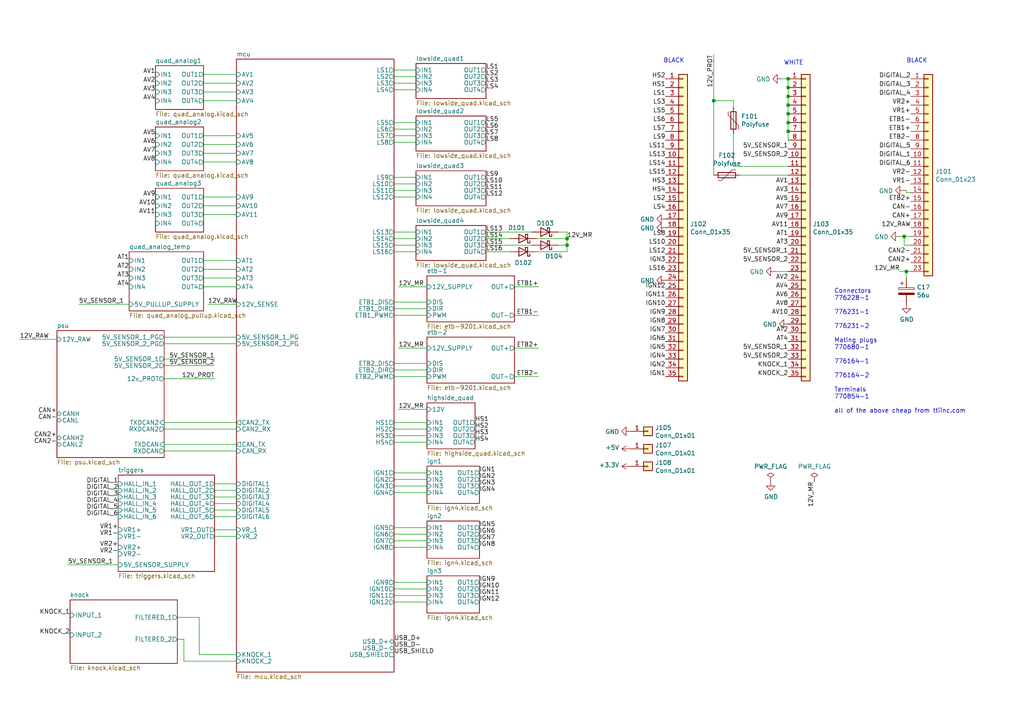
<source format=kicad_sch>
(kicad_sch (version 20211123) (generator eeschema)
  (paper "A4")
  (title_block (title "rusEfi Proteus") (date "2022-04-09") (rev "v0.7") (company "rusEFI") (comment 1 "github.com/mck1117/proteus") (comment 2 "rusefi.com/s/proteus"))
  (lib_symbols
    (symbol "Connector_Generic:Conn_01x01" (pin_names (offset 1.016) hide)
      (property "Reference" "J" (at 0 2.54 0))
      (property "Value" "Conn_01x01" (at 0 -2.54 0))
      (symbol "Conn_01x01_1_1"
        (rectangle (start -1.27 0.127) (end 0 -0.127) (stroke (width 0.1524)))
        (rectangle (start -1.27 1.27) (end 1.27 -1.27) (stroke (width 0.254)) (fill (type background)))
        (pin passive line (at -5.08 0 0) (length 3.81) (name "Pin_1") (number "1"))
      )
    )
    (symbol "Connector_Generic:Conn_01x23" (pin_names (offset 1.016) hide)
      (property "Reference" "J" (at 0 30.48 0))
      (property "Value" "Conn_01x23" (at 0 -30.48 0))
      (symbol "Conn_01x23_1_1"
        (rectangle (start -1.27 -27.813) (end 0 -28.067) (stroke (width 0.1524)))
        (rectangle (start -1.27 -25.273) (end 0 -25.527) (stroke (width 0.1524)))
        (rectangle (start -1.27 -22.733) (end 0 -22.987) (stroke (width 0.1524)))
        (rectangle (start -1.27 -20.193) (end 0 -20.447) (stroke (width 0.1524)))
        (rectangle (start -1.27 -17.653) (end 0 -17.907) (stroke (width 0.1524)))
        (rectangle (start -1.27 -15.113) (end 0 -15.367) (stroke (width 0.1524)))
        (rectangle (start -1.27 -12.573) (end 0 -12.827) (stroke (width 0.1524)))
        (rectangle (start -1.27 -10.033) (end 0 -10.287) (stroke (width 0.1524)))
        (rectangle (start -1.27 -7.493) (end 0 -7.747) (stroke (width 0.1524)))
        (rectangle (start -1.27 -4.953) (end 0 -5.207) (stroke (width 0.1524)))
        (rectangle (start -1.27 -2.413) (end 0 -2.667) (stroke (width 0.1524)))
        (rectangle (start -1.27 0.127) (end 0 -0.127) (stroke (width 0.1524)))
        (rectangle (start -1.27 2.667) (end 0 2.413) (stroke (width 0.1524)))
        (rectangle (start -1.27 5.207) (end 0 4.953) (stroke (width 0.1524)))
        (rectangle (start -1.27 7.747) (end 0 7.493) (stroke (width 0.1524)))
        (rectangle (start -1.27 10.287) (end 0 10.033) (stroke (width 0.1524)))
        (rectangle (start -1.27 12.827) (end 0 12.573) (stroke (width 0.1524)))
        (rectangle (start -1.27 15.367) (end 0 15.113) (stroke (width 0.1524)))
        (rectangle (start -1.27 17.907) (end 0 17.653) (stroke (width 0.1524)))
        (rectangle (start -1.27 20.447) (end 0 20.193) (stroke (width 0.1524)))
        (rectangle (start -1.27 22.987) (end 0 22.733) (stroke (width 0.1524)))
        (rectangle (start -1.27 25.527) (end 0 25.273) (stroke (width 0.1524)))
        (rectangle (start -1.27 28.067) (end 0 27.813) (stroke (width 0.1524)))
        (rectangle (start -1.27 29.21) (end 1.27 -29.21) (stroke (width 0.254)) (fill (type background)))
        (pin passive line (at -5.08 27.94 0) (length 3.81) (name "Pin_1") (number "1"))
        (pin passive line (at -5.08 5.08 0) (length 3.81) (name "Pin_10") (number "10"))
        (pin passive line (at -5.08 2.54 0) (length 3.81) (name "Pin_11") (number "11"))
        (pin passive line (at -5.08 0 0) (length 3.81) (name "Pin_12") (number "12"))
        (pin passive line (at -5.08 -2.54 0) (length 3.81) (name "Pin_13") (number "13"))
        (pin passive line (at -5.08 -5.08 0) (length 3.81) (name "Pin_14") (number "14"))
        (pin passive line (at -5.08 -7.62 0) (length 3.81) (name "Pin_15") (number "15"))
        (pin passive line (at -5.08 -10.16 0) (length 3.81) (name "Pin_16") (number "16"))
        (pin passive line (at -5.08 -12.7 0) (length 3.81) (name "Pin_17") (number "17"))
        (pin passive line (at -5.08 -15.24 0) (length 3.81) (name "Pin_18") (number "18"))
        (pin passive line (at -5.08 -17.78 0) (length 3.81) (name "Pin_19") (number "19"))
        (pin passive line (at -5.08 25.4 0) (length 3.81) (name "Pin_2") (number "2"))
        (pin passive line (at -5.08 -20.32 0) (length 3.81) (name "Pin_20") (number "20"))
        (pin passive line (at -5.08 -22.86 0) (length 3.81) (name "Pin_21") (number "21"))
        (pin passive line (at -5.08 -25.4 0) (length 3.81) (name "Pin_22") (number "22"))
        (pin passive line (at -5.08 -27.94 0) (length 3.81) (name "Pin_23") (number "23"))
        (pin passive line (at -5.08 22.86 0) (length 3.81) (name "Pin_3") (number "3"))
        (pin passive line (at -5.08 20.32 0) (length 3.81) (name "Pin_4") (number "4"))
        (pin passive line (at -5.08 17.78 0) (length 3.81) (name "Pin_5") (number "5"))
        (pin passive line (at -5.08 15.24 0) (length 3.81) (name "Pin_6") (number "6"))
        (pin passive line (at -5.08 12.7 0) (length 3.81) (name "Pin_7") (number "7"))
        (pin passive line (at -5.08 10.16 0) (length 3.81) (name "Pin_8") (number "8"))
        (pin passive line (at -5.08 7.62 0) (length 3.81) (name "Pin_9") (number "9"))
      )
    )
    (symbol "Connector_Generic:Conn_01x35" (pin_names (offset 1.016) hide)
      (property "Reference" "J" (at 0 45.72 0))
      (property "Value" "Conn_01x35" (at 0 -45.72 0))
      (symbol "Conn_01x35_1_1"
        (rectangle (start -1.27 -43.053) (end 0 -43.307) (stroke (width 0.1524)))
        (rectangle (start -1.27 -40.513) (end 0 -40.767) (stroke (width 0.1524)))
        (rectangle (start -1.27 -37.973) (end 0 -38.227) (stroke (width 0.1524)))
        (rectangle (start -1.27 -35.433) (end 0 -35.687) (stroke (width 0.1524)))
        (rectangle (start -1.27 -32.893) (end 0 -33.147) (stroke (width 0.1524)))
        (rectangle (start -1.27 -30.353) (end 0 -30.607) (stroke (width 0.1524)))
        (rectangle (start -1.27 -27.813) (end 0 -28.067) (stroke (width 0.1524)))
        (rectangle (start -1.27 -25.273) (end 0 -25.527) (stroke (width 0.1524)))
        (rectangle (start -1.27 -22.733) (end 0 -22.987) (stroke (width 0.1524)))
        (rectangle (start -1.27 -20.193) (end 0 -20.447) (stroke (width 0.1524)))
        (rectangle (start -1.27 -17.653) (end 0 -17.907) (stroke (width 0.1524)))
        (rectangle (start -1.27 -15.113) (end 0 -15.367) (stroke (width 0.1524)))
        (rectangle (start -1.27 -12.573) (end 0 -12.827) (stroke (width 0.1524)))
        (rectangle (start -1.27 -10.033) (end 0 -10.287) (stroke (width 0.1524)))
        (rectangle (start -1.27 -7.493) (end 0 -7.747) (stroke (width 0.1524)))
        (rectangle (start -1.27 -4.953) (end 0 -5.207) (stroke (width 0.1524)))
        (rectangle (start -1.27 -2.413) (end 0 -2.667) (stroke (width 0.1524)))
        (rectangle (start -1.27 0.127) (end 0 -0.127) (stroke (width 0.1524)))
        (rectangle (start -1.27 2.667) (end 0 2.413) (stroke (width 0.1524)))
        (rectangle (start -1.27 5.207) (end 0 4.953) (stroke (width 0.1524)))
        (rectangle (start -1.27 7.747) (end 0 7.493) (stroke (width 0.1524)))
        (rectangle (start -1.27 10.287) (end 0 10.033) (stroke (width 0.1524)))
        (rectangle (start -1.27 12.827) (end 0 12.573) (stroke (width 0.1524)))
        (rectangle (start -1.27 15.367) (end 0 15.113) (stroke (width 0.1524)))
        (rectangle (start -1.27 17.907) (end 0 17.653) (stroke (width 0.1524)))
        (rectangle (start -1.27 20.447) (end 0 20.193) (stroke (width 0.1524)))
        (rectangle (start -1.27 22.987) (end 0 22.733) (stroke (width 0.1524)))
        (rectangle (start -1.27 25.527) (end 0 25.273) (stroke (width 0.1524)))
        (rectangle (start -1.27 28.067) (end 0 27.813) (stroke (width 0.1524)))
        (rectangle (start -1.27 30.607) (end 0 30.353) (stroke (width 0.1524)))
        (rectangle (start -1.27 33.147) (end 0 32.893) (stroke (width 0.1524)))
        (rectangle (start -1.27 35.687) (end 0 35.433) (stroke (width 0.1524)))
        (rectangle (start -1.27 38.227) (end 0 37.973) (stroke (width 0.1524)))
        (rectangle (start -1.27 40.767) (end 0 40.513) (stroke (width 0.1524)))
        (rectangle (start -1.27 43.307) (end 0 43.053) (stroke (width 0.1524)))
        (rectangle (start -1.27 44.45) (end 1.27 -44.45) (stroke (width 0.254)) (fill (type background)))
        (pin passive line (at -5.08 43.18 0) (length 3.81) (name "Pin_1") (number "1"))
        (pin passive line (at -5.08 20.32 0) (length 3.81) (name "Pin_10") (number "10"))
        (pin passive line (at -5.08 17.78 0) (length 3.81) (name "Pin_11") (number "11"))
        (pin passive line (at -5.08 15.24 0) (length 3.81) (name "Pin_12") (number "12"))
        (pin passive line (at -5.08 12.7 0) (length 3.81) (name "Pin_13") (number "13"))
        (pin passive line (at -5.08 10.16 0) (length 3.81) (name "Pin_14") (number "14"))
        (pin passive line (at -5.08 7.62 0) (length 3.81) (name "Pin_15") (number "15"))
        (pin passive line (at -5.08 5.08 0) (length 3.81) (name "Pin_16") (number "16"))
        (pin passive line (at -5.08 2.54 0) (length 3.81) (name "Pin_17") (number "17"))
        (pin passive line (at -5.08 0 0) (length 3.81) (name "Pin_18") (number "18"))
        (pin passive line (at -5.08 -2.54 0) (length 3.81) (name "Pin_19") (number "19"))
        (pin passive line (at -5.08 40.64 0) (length 3.81) (name "Pin_2") (number "2"))
        (pin passive line (at -5.08 -5.08 0) (length 3.81) (name "Pin_20") (number "20"))
        (pin passive line (at -5.08 -7.62 0) (length 3.81) (name "Pin_21") (number "21"))
        (pin passive line (at -5.08 -10.16 0) (length 3.81) (name "Pin_22") (number "22"))
        (pin passive line (at -5.08 -12.7 0) (length 3.81) (name "Pin_23") (number "23"))
        (pin passive line (at -5.08 -15.24 0) (length 3.81) (name "Pin_24") (number "24"))
        (pin passive line (at -5.08 -17.78 0) (length 3.81) (name "Pin_25") (number "25"))
        (pin passive line (at -5.08 -20.32 0) (length 3.81) (name "Pin_26") (number "26"))
        (pin passive line (at -5.08 -22.86 0) (length 3.81) (name "Pin_27") (number "27"))
        (pin passive line (at -5.08 -25.4 0) (length 3.81) (name "Pin_28") (number "28"))
        (pin passive line (at -5.08 -27.94 0) (length 3.81) (name "Pin_29") (number "29"))
        (pin passive line (at -5.08 38.1 0) (length 3.81) (name "Pin_3") (number "3"))
        (pin passive line (at -5.08 -30.48 0) (length 3.81) (name "Pin_30") (number "30"))
        (pin passive line (at -5.08 -33.02 0) (length 3.81) (name "Pin_31") (number "31"))
        (pin passive line (at -5.08 -35.56 0) (length 3.81) (name "Pin_32") (number "32"))
        (pin passive line (at -5.08 -38.1 0) (length 3.81) (name "Pin_33") (number "33"))
        (pin passive line (at -5.08 -40.64 0) (length 3.81) (name "Pin_34") (number "34"))
        (pin passive line (at -5.08 -43.18 0) (length 3.81) (name "Pin_35") (number "35"))
        (pin passive line (at -5.08 35.56 0) (length 3.81) (name "Pin_4") (number "4"))
        (pin passive line (at -5.08 33.02 0) (length 3.81) (name "Pin_5") (number "5"))
        (pin passive line (at -5.08 30.48 0) (length 3.81) (name "Pin_6") (number "6"))
        (pin passive line (at -5.08 27.94 0) (length 3.81) (name "Pin_7") (number "7"))
        (pin passive line (at -5.08 25.4 0) (length 3.81) (name "Pin_8") (number "8"))
        (pin passive line (at -5.08 22.86 0) (length 3.81) (name "Pin_9") (number "9"))
      )
    )
    (symbol "Device:C_Polarized" (pin_numbers hide) (pin_names (offset 0.254))
      (property "Reference" "C" (at 0.635 2.54 0))
      (property "Value" "C_Polarized" (at 0.635 -2.54 0))
      (symbol "C_Polarized_0_1"
        (rectangle (start -2.286 0.508) (end 2.286 1.016))
        (polyline (pts (xy -1.778 2.286) (xy -0.762 2.286)))
        (polyline (pts (xy -1.27 2.794) (xy -1.27 1.778)))
        (rectangle (start 2.286 -0.508) (end -2.286 -1.016) (fill (type outline)))
      )
      (symbol "C_Polarized_1_1"
        (pin passive line (at 0 3.81 270) (length 2.794) (name "~") (number "1"))
        (pin passive line (at 0 -3.81 90) (length 2.794) (name "~") (number "2"))
      )
    )
    (symbol "Device:D_Schottky" (pin_numbers hide) (pin_names (offset 1.016) hide)
      (property "Reference" "D" (at 0 2.54 0))
      (property "Value" "D_Schottky" (at 0 -2.54 0))
      (symbol "D_Schottky_0_1"
        (polyline (pts (xy 1.27 0) (xy -1.27 0)))
        (polyline (pts (xy 1.27 1.27) (xy 1.27 -1.27) (xy -1.27 0) (xy 1.27 1.27)) (stroke (width 0.254)))
        (polyline (pts (xy -1.905 0.635) (xy -1.905 1.27) (xy -1.27 1.27) (xy -1.27 -1.27) (xy -0.635 -1.27) (xy -0.635 -0.635)) (stroke (width 0.254)))
      )
      (symbol "D_Schottky_1_1"
        (pin passive line (at -3.81 0 0) (length 2.54) (name "K") (number "1"))
        (pin passive line (at 3.81 0 180) (length 2.54) (name "A") (number "2"))
      )
    )
    (symbol "Device:Polyfuse" (pin_numbers hide) (pin_names (offset 0))
      (property "Reference" "F" (at -2.54 0 90))
      (property "Value" "Polyfuse" (at 2.54 0 90))
      (symbol "Polyfuse_0_1"
        (rectangle (start -0.762 2.54) (end 0.762 -2.54) (stroke (width 0.254)))
        (polyline (pts (xy 0 2.54) (xy 0 -2.54)))
        (polyline (pts (xy -1.524 2.54) (xy -1.524 1.524) (xy 1.524 -1.524) (xy 1.524 -2.54)))
      )
      (symbol "Polyfuse_1_1"
        (pin passive line (at 0 3.81 270) (length 1.27) (name "~") (number "1"))
        (pin passive line (at 0 -3.81 90) (length 1.27) (name "~") (number "2"))
      )
    )
    (symbol "power:+3.3V" (power) (pin_names (offset 0))
      (property "Value" "+3.3V" (at 0 3.556 0))
      (symbol "+3.3V_0_1"
        (polyline (pts (xy -0.762 1.27) (xy 0 2.54)))
        (polyline (pts (xy 0 0) (xy 0 2.54)))
        (polyline (pts (xy 0 2.54) (xy 0.762 1.27)))
      )
      (symbol "+3.3V_1_1"
        (pin power_in line (at 0 0 90) (length 0) hide (name "+3.3V") (number "1"))
      )
    )
    (symbol "power:+5V" (power) (pin_names (offset 0))
      (property "Value" "+5V" (at 0 3.556 0))
      (symbol "+5V_0_1"
        (polyline (pts (xy -0.762 1.27) (xy 0 2.54)))
        (polyline (pts (xy 0 0) (xy 0 2.54)))
        (polyline (pts (xy 0 2.54) (xy 0.762 1.27)))
      )
      (symbol "+5V_1_1"
        (pin power_in line (at 0 0 90) (length 0) hide (name "+5V") (number "1"))
      )
    )
    (symbol "power:GND" (power) (pin_names (offset 0))
      (property "Value" "GND" (at 0 -3.81 0))
      (symbol "GND_0_1"
        (polyline (pts (xy 0 0) (xy 0 -1.27) (xy 1.27 -1.27) (xy 0 -2.54) (xy -1.27 -1.27) (xy 0 -1.27)))
      )
      (symbol "GND_1_1"
        (pin power_in line (at 0 0 270) (length 0) hide (name "GND") (number "1"))
      )
    )
    (symbol "power:PWR_FLAG" (power) (pin_numbers hide) (pin_names (offset 0) hide)
      (property "Value" "PWR_FLAG" (at 0 3.81 0))
      (symbol "PWR_FLAG_0_0"
        (pin power_out line (at 0 0 90) (length 0) (name "pwr") (number "1"))
      )
      (symbol "PWR_FLAG_0_1"
        (polyline (pts (xy 0 0) (xy 0 1.27) (xy -1.016 1.905) (xy 0 2.54) (xy 1.016 1.905) (xy 0 1.27)))
      )
    )
  )
  (junction (at 262.89 78.74))
  (junction (at 228.6 33.02))
  (junction (at 228.6 27.94))
  (junction (at 228.6 25.4))
  (junction (at 228.6 22.86))
  (junction (at 164.465 69.215))
  (junction (at 262.255 68.58))
  (junction (at 228.6 38.1))
  (junction (at 207.01 29.21))
  (junction (at 228.6 35.56))
  (junction (at 164.465 71.12))
  (junction (at 228.6 30.48))
  (wire (pts (xy 62.23 144.145) (xy 68.58 144.145)))
  (wire (pts (xy 140.97 67.31) (xy 154.305 67.31)))
  (wire (pts (xy 228.6 27.94) (xy 228.6 30.48)))
  (wire (pts (xy 47.625 109.855) (xy 62.23 109.855)))
  (wire (pts (xy 120.65 53.34) (xy 114.3 53.34)))
  (wire (pts (xy 123.825 154.94) (xy 114.3 154.94)))
  (wire (pts (xy 57.785 189.865) (xy 68.58 189.865)))
  (wire (pts (xy 68.58 130.81) (xy 47.625 130.81)))
  (wire (pts (xy 228.6 33.02) (xy 228.6 35.56)))
  (wire (pts (xy 212.725 31.115) (xy 212.725 29.21)))
  (wire (pts (xy 68.58 155.575) (xy 62.23 155.575)))
  (wire (pts (xy 114.3 35.56) (xy 120.65 35.56)))
  (wire (pts (xy 114.3 87.63) (xy 123.825 87.63)))
  (wire (pts (xy 114.3 51.435) (xy 120.65 51.435)))
  (wire (pts (xy 59.055 80.645) (xy 68.58 80.645)))
  (wire (pts (xy 149.225 83.185) (xy 156.21 83.185)))
  (wire (pts (xy 68.58 142.24) (xy 62.23 142.24)))
  (wire (pts (xy 68.58 78.105) (xy 59.055 78.105)))
  (wire (pts (xy 123.825 142.875) (xy 114.3 142.875)))
  (wire (pts (xy 114.3 153.035) (xy 123.825 153.035)))
  (wire (pts (xy 228.6 22.86) (xy 228.6 25.4)))
  (wire (pts (xy 164.465 71.12) (xy 164.465 69.215)))
  (wire (pts (xy 62.23 153.67) (xy 68.58 153.67)))
  (wire (pts (xy 47.625 97.79) (xy 68.58 97.79)))
  (wire (pts (xy 114.3 156.845) (xy 123.825 156.845)))
  (wire (pts (xy 123.825 91.44) (xy 114.3 91.44)))
  (wire (pts (xy 114.3 137.16) (xy 123.825 137.16)))
  (wire (pts (xy 155.575 73.025) (xy 164.465 73.025)))
  (wire (pts (xy 123.825 140.97) (xy 114.3 140.97)))
  (wire (pts (xy 68.58 83.185) (xy 59.055 83.185)))
  (wire (pts (xy 156.21 91.44) (xy 149.225 91.44)))
  (wire (pts (xy 47.625 104.14) (xy 62.23 104.14)))
  (wire (pts (xy 120.65 26.035) (xy 114.3 26.035)))
  (wire (pts (xy 114.3 174.625) (xy 123.825 174.625)))
  (wire (pts (xy 59.055 62.23) (xy 68.58 62.23)))
  (wire (pts (xy 228.6 25.4) (xy 228.6 27.94)))
  (wire (pts (xy 164.465 73.025) (xy 164.465 71.12)))
  (wire (pts (xy 62.23 140.335) (xy 68.58 140.335)))
  (wire (pts (xy 53.34 191.77) (xy 68.58 191.77)))
  (wire (pts (xy 68.58 29.21) (xy 59.055 29.21)))
  (wire (pts (xy 228.6 30.48) (xy 228.6 33.02)))
  (wire (pts (xy 53.34 185.42) (xy 53.34 191.77)))
  (wire (pts (xy 262.89 80.645) (xy 262.89 78.74)))
  (wire (pts (xy 147.955 73.025) (xy 140.97 73.025)))
  (wire (pts (xy 123.825 126.365) (xy 114.3 126.365)))
  (wire (pts (xy 123.825 122.555) (xy 114.3 122.555)))
  (wire (pts (xy 114.3 20.32) (xy 120.65 20.32)))
  (wire (pts (xy 114.3 124.46) (xy 123.825 124.46)))
  (wire (pts (xy 224.79 78.74) (xy 228.6 78.74)))
  (wire (pts (xy 114.3 139.065) (xy 123.825 139.065)))
  (wire (pts (xy 120.65 41.275) (xy 114.3 41.275)))
  (wire (pts (xy 59.055 39.37) (xy 68.58 39.37)))
  (wire (pts (xy 212.725 48.26) (xy 212.725 38.735)))
  (wire (pts (xy 114.3 71.12) (xy 120.65 71.12)))
  (wire (pts (xy 68.58 46.99) (xy 59.055 46.99)))
  (wire (pts (xy 59.055 21.59) (xy 68.58 21.59)))
  (wire (pts (xy 114.3 55.245) (xy 120.65 55.245)))
  (wire (pts (xy 260.985 68.58) (xy 262.255 68.58)))
  (wire (pts (xy 120.65 73.025) (xy 114.3 73.025)))
  (wire (pts (xy 68.58 24.13) (xy 59.055 24.13)))
  (wire (pts (xy 164.465 67.31) (xy 161.925 67.31)))
  (wire (pts (xy 262.255 55.245) (xy 262.89 55.245)))
  (wire (pts (xy 115.57 118.745) (xy 123.825 118.745)))
  (wire (pts (xy 19.685 163.83) (xy 34.29 163.83)))
  (wire (pts (xy 47.625 99.695) (xy 68.58 99.695)))
  (wire (pts (xy 59.055 57.15) (xy 68.58 57.15)))
  (wire (pts (xy 120.65 22.225) (xy 114.3 22.225)))
  (wire (pts (xy 123.825 172.72) (xy 114.3 172.72)))
  (wire (pts (xy 47.625 122.555) (xy 68.58 122.555)))
  (wire (pts (xy 123.825 158.75) (xy 114.3 158.75)))
  (wire (pts (xy 120.65 69.215) (xy 114.3 69.215)))
  (wire (pts (xy 59.055 75.565) (xy 68.58 75.565)))
  (wire (pts (xy 228.6 35.56) (xy 228.6 38.1)))
  (wire (pts (xy 262.89 55.88) (xy 264.16 55.88)))
  (wire (pts (xy 51.435 185.42) (xy 53.34 185.42)))
  (wire (pts (xy 147.955 69.215) (xy 140.97 69.215)))
  (wire (pts (xy 149.225 100.965) (xy 156.21 100.965)))
  (wire (pts (xy 68.58 59.69) (xy 59.055 59.69)))
  (wire (pts (xy 115.57 83.185) (xy 123.825 83.185)))
  (wire (pts (xy 68.58 146.05) (xy 62.23 146.05)))
  (wire (pts (xy 114.3 67.31) (xy 120.65 67.31)))
  (wire (pts (xy 228.6 38.1) (xy 228.6 40.64)))
  (wire (pts (xy 57.785 179.07) (xy 57.785 189.865)))
  (wire (pts (xy 123.825 168.91) (xy 114.3 168.91)))
  (wire (pts (xy 260.985 78.74) (xy 262.89 78.74)))
  (wire (pts (xy 262.89 55.245) (xy 262.89 55.88)))
  (wire (pts (xy 62.23 149.86) (xy 68.58 149.86)))
  (wire (pts (xy 114.3 89.535) (xy 123.825 89.535)))
  (wire (pts (xy 161.925 71.12) (xy 164.465 71.12)))
  (wire (pts (xy 59.055 44.45) (xy 68.58 44.45)))
  (wire (pts (xy 62.23 147.955) (xy 68.58 147.955)))
  (wire (pts (xy 262.255 68.58) (xy 262.255 71.12)))
  (wire (pts (xy 156.21 109.22) (xy 149.225 109.22)))
  (wire (pts (xy 120.65 57.15) (xy 114.3 57.15)))
  (wire (pts (xy 114.3 128.27) (xy 123.825 128.27)))
  (wire (pts (xy 114.3 109.22) (xy 123.825 109.22)))
  (wire (pts (xy 5.715 98.425) (xy 16.51 98.425)))
  (wire (pts (xy 140.97 71.12) (xy 154.305 71.12)))
  (wire (pts (xy 212.725 29.21) (xy 207.01 29.21)))
  (wire (pts (xy 114.3 24.13) (xy 120.65 24.13)))
  (wire (pts (xy 226.695 22.86) (xy 228.6 22.86)))
  (wire (pts (xy 164.465 69.215) (xy 155.575 69.215)))
  (wire (pts (xy 47.625 128.905) (xy 68.58 128.905)))
  (wire (pts (xy 123.825 107.315) (xy 114.3 107.315)))
  (wire (pts (xy 114.3 170.815) (xy 123.825 170.815)))
  (wire (pts (xy 228.6 48.26) (xy 212.725 48.26)))
  (wire (pts (xy 68.58 41.91) (xy 59.055 41.91)))
  (wire (pts (xy 114.3 39.37) (xy 120.65 39.37)))
  (wire (pts (xy 47.625 124.46) (xy 68.58 124.46)))
  (wire (pts (xy 51.435 179.07) (xy 57.785 179.07)))
  (wire (pts (xy 114.3 37.465) (xy 120.65 37.465)))
  (wire (pts (xy 264.16 68.58) (xy 262.255 68.58)))
  (wire (pts (xy 262.89 78.74) (xy 264.16 78.74)))
  (wire (pts (xy 164.465 69.215) (xy 164.465 67.31)))
  (wire (pts (xy 60.325 88.265) (xy 68.58 88.265)))
  (wire (pts (xy 59.055 26.67) (xy 68.58 26.67)))
  (wire (pts (xy 115.57 100.965) (xy 123.825 100.965)))
  (wire (pts (xy 62.23 106.045) (xy 47.625 106.045)))
  (wire (pts (xy 214.63 50.8) (xy 228.6 50.8)))
  (wire (pts (xy 114.3 105.41) (xy 123.825 105.41)))
  (wire (pts (xy 262.255 71.12) (xy 264.16 71.12)))
  (wire (pts (xy 207.01 15.875) (xy 207.01 29.21)))
  (wire (pts (xy 207.01 29.21) (xy 207.01 50.8)))
  (wire (pts (xy 22.86 88.265) (xy 37.465 88.265)))
  (text "WHITE" (at 227.33 19.05 0) (effects (font (size 1.27 1.27)) (justify left bottom)))
  (text "Connectors\n776228-1\n\n776231-1\n\n776231-2\n\nMating plugs\n770680-1\n\n776164-1\n\n776164-2\n\nTerminals\n770854-1\n\nall of the above cheap from ttiinc.com" (at 241.935 120.015 0) (effects (font (size 1.27 1.27)) (justify left bottom)))
  (text "BLACK" (at 262.89 18.415 0) (effects (font (size 1.27 1.27)) (justify left bottom)))
  (text "BLACK" (at 192.405 18.415 0) (effects (font (size 1.27 1.27)) (justify left bottom)))
  (label "12V_MR" (at 115.57 118.745 0))
  (label "LS4" (at 193.04 60.96 180))
  (label "IGN12" (at 139.065 174.625 0))
  (label "5V_SENSOR_2" (at 62.23 106.045 180))
  (label "12V_MR" (at 236.22 139.7 270))
  (label "LS5" (at 140.97 35.56 0))
  (label "IGN7" (at 139.065 156.845 0))
  (label "KNOCK_1" (at 228.6 106.68 180))
  (label "VR2+" (at 264.16 30.48 180))
  (label "AT3" (at 228.6 71.12 180))
  (label "HS3" (at 193.04 53.34 180))
  (label "LS8" (at 140.97 41.275 0))
  (label "5V_SENSOR_1" (at 228.6 101.6 180))
  (label "AV9" (at 45.085 57.15 180))
  (label "VR1-" (at 34.29 155.575 180))
  (label "LS7" (at 140.97 39.37 0))
  (label "LS1" (at 193.04 27.94 180))
  (label "ETB1-" (at 264.16 35.56 180))
  (label "IGN11" (at 193.04 86.36 180))
  (label "IGN3" (at 139.065 140.97 0))
  (label "CAN+" (at 16.51 120.015 180))
  (label "DIGITAL_4" (at 264.16 27.94 180))
  (label "DIGITAL_1" (at 34.29 140.335 180))
  (label "CAN2-" (at 264.16 73.66 180))
  (label "12V_MR" (at 115.57 100.965 0))
  (label "HS2" (at 193.04 22.86 180))
  (label "AV3" (at 45.085 26.67 180))
  (label "12V_RAW" (at 264.16 66.04 180))
  (label "12V_MR" (at 164.465 69.215 0))
  (label "5V_SENSOR_1" (at 228.6 73.66 180))
  (label "5V_SENSOR_2" (at 228.6 104.14 180))
  (label "LS1" (at 140.97 20.32 0))
  (label "IGN10" (at 193.04 88.9 180))
  (label "LS9" (at 140.97 51.435 0))
  (label "USB_D-" (at 114.3 187.96 0))
  (label "IGN7" (at 193.04 96.52 180))
  (label "LS11" (at 140.97 55.245 0))
  (label "HS2" (at 137.795 124.46 0))
  (label "LS13" (at 193.04 45.72 180))
  (label "AT4" (at 228.6 99.06 180))
  (label "ETB1+" (at 156.21 83.185 180))
  (label "AV1" (at 45.085 21.59 180))
  (label "IGN6" (at 193.04 99.06 180))
  (label "VR1+" (at 34.29 153.67 180))
  (label "5V_SENSOR_2" (at 228.6 76.2 180))
  (label "AT2" (at 37.465 78.105 180))
  (label "IGN2" (at 139.065 139.065 0))
  (label "LS6" (at 193.04 35.56 180))
  (label "IGN9" (at 193.04 91.44 180))
  (label "AV8" (at 45.085 46.99 180))
  (label "AV8" (at 228.6 88.9 180))
  (label "KNOCK_2" (at 20.32 184.15 180))
  (label "LS14" (at 140.97 69.215 0))
  (label "LS8" (at 193.04 68.58 180))
  (label "AT1" (at 37.465 75.565 180))
  (label "12V_MR" (at 115.57 83.185 0))
  (label "DIGITAL_2" (at 34.29 142.24 180))
  (label "AV7" (at 228.6 60.96 180))
  (label "AV5" (at 228.6 58.42 180))
  (label "LS14" (at 193.04 48.26 180))
  (label "CAN2+" (at 16.51 127 180))
  (label "LS13" (at 140.97 67.31 0))
  (label "KNOCK_1" (at 20.32 178.435 180))
  (label "AV3" (at 228.6 55.88 180))
  (label "LS5" (at 193.04 33.02 180))
  (label "VR1-" (at 264.16 53.34 180))
  (label "IGN6" (at 139.065 154.94 0))
  (label "AV11" (at 45.085 62.23 180))
  (label "5V_SENSOR_1" (at 22.86 88.265 0))
  (label "VR1+" (at 264.16 33.02 180))
  (label "12V_PROT" (at 62.23 109.855 180))
  (label "AT2" (at 228.6 96.52 180))
  (label "KNOCK_2" (at 228.6 109.22 180))
  (label "CAN2+" (at 264.16 76.2 180))
  (label "5V_SENSOR_1" (at 228.6 43.18 180))
  (label "AV4" (at 228.6 83.82 180))
  (label "USB_SHIELD" (at 114.3 189.865 0))
  (label "12V_RAW" (at 5.715 98.425 0))
  (label "IGN9" (at 139.065 168.91 0))
  (label "12V_MR" (at 260.985 78.74 180))
  (label "ETB2+" (at 264.16 58.42 180))
  (label "HS1" (at 193.04 25.4 180))
  (label "AV6" (at 228.6 86.36 180))
  (label "DIGITAL_4" (at 34.29 146.05 180))
  (label "12V_RAW" (at 60.325 88.265 0))
  (label "VR2+" (at 34.29 158.75 180))
  (label "IGN8" (at 139.065 158.75 0))
  (label "IGN5" (at 139.065 153.035 0))
  (label "LS16" (at 140.97 73.025 0))
  (label "HS1" (at 137.795 122.555 0))
  (label "AV10" (at 228.6 91.44 180))
  (label "CAN2-" (at 16.51 128.905 180))
  (label "IGN8" (at 193.04 93.98 180))
  (label "LS7" (at 193.04 38.1 180))
  (label "LS2" (at 193.04 58.42 180))
  (label "AV4" (at 45.085 29.21 180))
  (label "AV9" (at 228.6 63.5 180))
  (label "5V_SENSOR_1" (at 19.685 163.83 0))
  (label "5V_SENSOR_1" (at 62.23 104.14 180))
  (label "ETB1+" (at 264.16 38.1 180))
  (label "ETB2+" (at 156.21 100.965 180))
  (label "USB_D+" (at 114.3 186.055 0))
  (label "AV11" (at 228.6 66.04 180))
  (label "HS4" (at 193.04 55.88 180))
  (label "DIGITAL_5" (at 34.29 147.955 180))
  (label "AV2" (at 45.085 24.13 180))
  (label "ETB2-" (at 264.16 40.64 180))
  (label "DIGITAL_2" (at 264.16 22.86 180))
  (label "IGN5" (at 193.04 101.6 180))
  (label "DIGITAL_3" (at 264.16 25.4 180))
  (label "LS12" (at 193.04 73.66 180))
  (label "CAN+" (at 264.16 63.5 180))
  (label "CAN-" (at 264.16 60.96 180))
  (label "HS3" (at 137.795 126.365 0))
  (label "DIGITAL_3" (at 34.29 144.145 180))
  (label "5V_SENSOR_2" (at 228.6 45.72 180))
  (label "AT1" (at 228.6 68.58 180))
  (label "IGN4" (at 193.04 104.14 180))
  (label "IGN12" (at 193.04 83.82 180))
  (label "AV10" (at 45.085 59.69 180))
  (label "AV6" (at 45.085 41.91 180))
  (label "AV5" (at 45.085 39.37 180))
  (label "IGN11" (at 139.065 172.72 0))
  (label "LS3" (at 140.97 24.13 0))
  (label "DIGITAL_6" (at 264.16 48.26 180))
  (label "VR2-" (at 264.16 50.8 180))
  (label "IGN2" (at 193.04 106.68 180))
  (label "ETB1-" (at 156.21 91.44 180))
  (label "IGN10" (at 139.065 170.815 0))
  (label "AV2" (at 228.6 81.28 180))
  (label "AV7" (at 45.085 44.45 180))
  (label "LS16" (at 193.04 78.74 180))
  (label "LS10" (at 140.97 53.34 0))
  (label "AV1" (at 228.6 53.34 180))
  (label "LS11" (at 193.04 43.18 180))
  (label "LS12" (at 140.97 57.15 0))
  (label "IGN4" (at 139.065 142.875 0))
  (label "LS15" (at 140.97 71.12 0))
  (label "LS10" (at 193.04 71.12 180))
  (label "LS2" (at 140.97 22.225 0))
  (label "LS9" (at 193.04 40.64 180))
  (label "CAN-" (at 16.51 121.92 180))
  (label "LS6" (at 140.97 37.465 0))
  (label "LS4" (at 140.97 26.035 0))
  (label "LS15" (at 193.04 50.8 180))
  (label "IGN1" (at 139.065 137.16 0))
  (label "AT4" (at 37.465 83.185 180))
  (label "DIGITAL_6" (at 34.29 149.86 180))
  (label "DIGITAL_5" (at 264.16 43.18 180))
  (label "IGN3" (at 193.04 76.2 180))
  (label "IGN1" (at 193.04 109.22 180))
  (label "AT3" (at 37.465 80.645 180))
  (label "ETB2-" (at 156.21 109.22 180))
  (label "LS3" (at 193.04 30.48 180))
  (label "HS4" (at 137.795 128.27 0))
  (label "12V_PROT" (at 207.01 25.4 90))
  (label "VR2-" (at 34.29 160.655 180))
  (label "DIGITAL_1" (at 264.16 45.72 180))
  (symbol (lib_id "Connector_Generic:Conn_01x35") (at 198.12 66.04 0) (unit 1)
    (property "Reference" "J102" (at 200.152 64.9732 0) (effects (justify left)))
    (property "Value" "Conn_01x35" (at 200.152 67.2846 0) (effects (justify left)))
    (property "Footprint" "ampseal:ampseal-35" (effects hide))
    (property "PN" "776231-1" (effects hide))
    (property "LCSC" "N/A" (effects hide))
  )
  (symbol (lib_id "Connector_Generic:Conn_01x35") (at 233.68 66.04 0) (unit 1)
    (property "Reference" "J103" (at 235.712 64.9732 0) (effects (justify left)))
    (property "Value" "Conn_01x35" (at 235.712 67.2846 0) (effects (justify left)))
    (property "Footprint" "ampseal:ampseal-35-2" (effects hide))
    (property "PN" "776231-2" (effects hide))
    (property "LCSC" "N/A" (effects hide))
  )
  (symbol (lib_id "Connector_Generic:Conn_01x23") (at 269.24 50.8 0) (unit 1)
    (property "Reference" "J101" (at 271.272 49.7332 0) (effects (justify left)))
    (property "Value" "Conn_01x23" (at 271.272 52.0446 0) (effects (justify left)))
    (property "Footprint" "ampseal:ampseal-23" (effects hide))
    (property "PN" "776228-1" (effects hide))
    (property "LCSC" "N/A" (effects hide))
  )
  (symbol (lib_id "power:GND") (at 260.985 68.58 270) (unit 1)
    (property "Reference" "#PWR0101" (effects hide))
    (property "Value" "GND" (at 257.7338 68.707 90) (effects (justify right)))
  )
  (symbol (lib_id "power:GND") (at 193.04 63.5 270) (unit 1)
    (property "Reference" "#PWR0140" (effects hide))
    (property "Value" "GND" (at 189.7888 63.627 90) (effects (justify right)))
  )
  (symbol (lib_id "power:GND") (at 193.04 66.04 270) (unit 1)
    (property "Reference" "#PWR0141" (effects hide))
    (property "Value" "GND" (at 189.7888 66.167 90) (effects (justify right)))
  )
  (symbol (lib_id "power:GND") (at 226.695 22.86 270) (unit 1)
    (property "Reference" "#PWR0142" (effects hide))
    (property "Value" "GND" (at 223.4438 22.987 90) (effects (justify right)))
  )
  (symbol (lib_id "power:GND") (at 193.04 81.28 270) (unit 1)
    (property "Reference" "#PWR0209" (effects hide))
    (property "Value" "GND" (at 189.7888 81.407 90) (effects (justify right)))
  )
  (symbol (lib_id "power:GND") (at 224.79 78.74 270) (unit 1)
    (property "Reference" "#PWR0112" (effects hide))
    (property "Value" "GND" (at 221.5388 78.867 90) (effects (justify right)))
  )
  (symbol (lib_id "Device:Polyfuse") (at 212.725 34.925 180) (unit 1)
    (property "Reference" "F101" (at 214.9602 33.7566 0) (effects (justify right)))
    (property "Value" "Polyfuse" (at 214.9602 36.068 0) (effects (justify right)))
    (property "Footprint" "Resistor_SMD:R_1206_3216Metric" (effects hide))
    (property "PN" "1206L012WR" (effects hide))
    (property "LCSC" "C207035" (effects hide))
    (property "LCSC_ext" "1" (effects hide))
  )
  (symbol (lib_id "Device:Polyfuse") (at 210.82 50.8 90) (unit 1)
    (property "Reference" "F102" (at 210.82 45.085 90))
    (property "Value" "Polyfuse" (at 210.82 47.3964 90))
    (property "Footprint" "Resistor_SMD:R_1206_3216Metric" (effects hide))
    (property "PN" "1206L012WR" (effects hide))
    (property "LCSC" "C207035" (effects hide))
    (property "LCSC_ext" "1" (effects hide))
  )
  (symbol (lib_id "Connector_Generic:Conn_01x01") (at 187.96 125.095 0) (unit 1)
    (property "Reference" "J105" (at 189.992 124.0282 0) (effects (justify left)))
    (property "Value" "Conn_01x01" (at 189.992 126.3396 0) (effects (justify left)))
    (property "Footprint" "TestPoint:TestPoint_Pad_D3.0mm" (effects hide))
    (property "LCSC" "N/A" (effects hide))
  )
  (symbol (lib_id "Connector_Generic:Conn_01x01") (at 187.96 130.175 0) (unit 1)
    (property "Reference" "J107" (at 189.992 129.1082 0) (effects (justify left)))
    (property "Value" "Conn_01x01" (at 189.992 131.4196 0) (effects (justify left)))
    (property "Footprint" "TestPoint:TestPoint_Pad_D3.0mm" (effects hide))
    (property "LCSC" "N/A" (effects hide))
  )
  (symbol (lib_id "Connector_Generic:Conn_01x01") (at 187.96 135.255 0) (unit 1)
    (property "Reference" "J108" (at 189.992 134.1882 0) (effects (justify left)))
    (property "Value" "Conn_01x01" (at 189.992 136.4996 0) (effects (justify left)))
    (property "Footprint" "TestPoint:TestPoint_Pad_D3.0mm" (effects hide))
    (property "LCSC" "N/A" (effects hide))
  )
  (symbol (lib_id "power:GND") (at 182.88 125.095 270) (unit 1)
    (property "Reference" "#PWR0248" (effects hide))
    (property "Value" "GND" (at 179.6288 125.222 90) (effects (justify right)))
  )
  (symbol (lib_id "power:+3.3V") (at 182.88 135.255 90) (unit 1)
    (property "Reference" "#PWR0249" (effects hide))
    (property "Value" "+3.3V" (at 179.6288 134.874 90) (effects (justify left)))
  )
  (symbol (lib_id "power:+5V") (at 182.88 130.175 90) (unit 1)
    (property "Reference" "#PWR0250" (effects hide))
    (property "Value" "+5V" (at 179.6288 129.794 90) (effects (justify left)))
  )
  (symbol (lib_id "power:PWR_FLAG") (at 236.22 139.7 0) (unit 1)
    (property "Reference" "#FLG0108" (effects hide))
    (property "Value" "PWR_FLAG" (at 236.22 135.3058 0))
  )
  (symbol (lib_id "power:GND") (at 223.52 139.7 0) (unit 1)
    (property "Reference" "#PWR0217" (effects hide))
    (property "Value" "GND" (at 223.647 144.0942 0))
  )
  (symbol (lib_id "power:PWR_FLAG") (at 223.52 139.7 0) (unit 1)
    (property "Reference" "#FLG0103" (effects hide))
    (property "Value" "PWR_FLAG" (at 223.52 135.3058 0))
  )
  (symbol (lib_id "power:GND") (at 228.6 93.98 270) (unit 1)
    (property "Reference" "#PWR0107" (effects hide))
    (property "Value" "GND" (at 225.3488 94.107 90) (effects (justify right)))
  )
  (symbol (lib_id "Device:D_Schottky") (at 151.765 73.025 180) (unit 1)
    (property "Reference" "D102" (at 151.765 76.2 0))
    (property "Value" "D_Schottky" (effects hide))
    (property "Footprint" "Diode_SMD:D_SMA" (effects hide))
    (property "LCSC" "C8678" (effects hide))
    (property "LCSC_ext" "0" (effects hide))
  )
  (symbol (lib_id "Device:D_Schottky") (at 158.115 71.12 180) (unit 1)
    (property "Reference" "D104" (at 160.655 74.295 0))
    (property "Value" "D_Schottky" (effects hide))
    (property "Footprint" "Diode_SMD:D_SMA" (effects hide))
    (property "LCSC" "C8678" (effects hide))
    (property "LCSC_ext" "0" (effects hide))
  )
  (symbol (lib_id "Device:D_Schottky") (at 151.765 69.215 180) (unit 1)
    (property "Reference" "D101" (at 149.86 66.04 0))
    (property "Value" "D_Schottky" (effects hide))
    (property "Footprint" "Diode_SMD:D_SMA" (effects hide))
    (property "LCSC" "C8678" (effects hide))
    (property "LCSC_ext" "0" (effects hide))
  )
  (symbol (lib_id "Device:D_Schottky") (at 158.115 67.31 180) (unit 1)
    (property "Reference" "D103" (at 158.115 64.77 0))
    (property "Value" "D_Schottky" (effects hide))
    (property "Footprint" "Diode_SMD:D_SMA" (effects hide))
    (property "LCSC" "C8678" (effects hide))
    (property "LCSC_ext" "0" (effects hide))
  )
  (symbol (lib_id "Device:C_Polarized") (at 262.89 84.455 0) (unit 1)
    (property "Reference" "C17" (at 265.8872 83.2866 0) (effects (justify left)))
    (property "Value" "56u" (at 265.8872 85.598 0) (effects (justify left)))
    (property "Footprint" "Capacitor_THT:CP_Radial_D8.0mm_P3.50mm" (effects hide))
    (property "LCSC" "N/A" (effects hide))
    (property "PN" "EEH-AZF1H560B" (effects hide))
  )
  (symbol (lib_id "power:GND") (at 262.89 88.265 0) (unit 1)
    (property "Reference" "#PWR0314" (effects hide))
    (property "Value" "GND" (at 263.017 92.6592 0))
  )
  (symbol (lib_id "power:GND") (at 262.255 55.245 270) (unit 1)
    (property "Reference" "#PWR0321" (effects hide))
    (property "Value" "GND" (at 259.0038 55.372 90) (effects (justify right)))
  )
  (sheet (at 123.825 135.2042) (size 15.24 10.795)
    (property "Sheet name" "ign1" (at 123.825 134.4926 0) (effects (justify left bottom)))
    (property "Sheet file" "ign4.kicad_sch" (at 123.825 146.5838 0) (effects (justify left top)))
    (pin "OUT1" output (at 139.065 137.16 0))
    (pin "OUT2" output (at 139.065 139.065 0))
    (pin "OUT3" output (at 139.065 140.97 0))
    (pin "OUT4" output (at 139.065 142.875 0))
    (pin "IN1" input (at 123.825 137.16 180))
    (pin "IN2" input (at 123.825 139.065 180))
    (pin "IN3" input (at 123.825 140.97 180))
    (pin "IN4" input (at 123.825 142.875 180))
  )
  (sheet (at 120.65 18.415) (size 20.32 10.16)
    (property "Sheet name" "lowside_quad1" (at 120.65 17.7034 0) (effects (justify left bottom)))
    (property "Sheet file" "lowside_quad.kicad_sch" (at 120.65 29.1596 0) (effects (justify left top)))
    (pin "OUT1" output (at 140.97 20.32 0))
    (pin "OUT2" output (at 140.97 22.225 0))
    (pin "IN1" input (at 120.65 20.32 180))
    (pin "IN2" input (at 120.65 22.225 180))
    (pin "OUT3" output (at 140.97 24.13 0))
    (pin "OUT4" output (at 140.97 26.035 0))
    (pin "IN3" input (at 120.65 24.13 180))
    (pin "IN4" input (at 120.65 26.035 180))
  )
  (sheet (at 123.825 151.13) (size 15.24 10.795)
    (property "Sheet name" "ign2" (at 123.825 150.4184 0) (effects (justify left bottom)))
    (property "Sheet file" "ign4.kicad_sch" (at 123.825 162.5096 0) (effects (justify left top)))
    (pin "OUT1" output (at 139.065 153.035 0))
    (pin "OUT2" output (at 139.065 154.94 0))
    (pin "OUT3" output (at 139.065 156.845 0))
    (pin "OUT4" output (at 139.065 158.75 0))
    (pin "IN1" input (at 123.825 153.035 180))
    (pin "IN2" input (at 123.825 154.94 180))
    (pin "IN3" input (at 123.825 156.845 180))
    (pin "IN4" input (at 123.825 158.75 180))
  )
  (sheet (at 123.825 167.005) (size 15.24 10.795)
    (property "Sheet name" "ign3" (at 123.825 166.2934 0) (effects (justify left bottom)))
    (property "Sheet file" "ign4.kicad_sch" (at 123.825 178.3846 0) (effects (justify left top)))
    (pin "OUT1" output (at 139.065 168.91 0))
    (pin "OUT2" output (at 139.065 170.815 0))
    (pin "OUT3" output (at 139.065 172.72 0))
    (pin "OUT4" output (at 139.065 174.625 0))
    (pin "IN1" input (at 123.825 168.91 180))
    (pin "IN2" input (at 123.825 170.815 180))
    (pin "IN3" input (at 123.825 172.72 180))
    (pin "IN4" input (at 123.825 174.625 180))
  )
  (sheet (at 68.58 17.145) (size 45.72 177.8)
    (property "Sheet name" "mcu" (at 68.58 16.4334 0) (effects (justify left bottom)))
    (property "Sheet file" "mcu.kicad_sch" (at 68.58 195.5296 0) (effects (justify left top)))
    (pin "LS1" output (at 114.3 20.32 0))
    (pin "LS2" output (at 114.3 22.225 0))
    (pin "LS3" output (at 114.3 24.13 0))
    (pin "LS4" output (at 114.3 26.035 0))
    (pin "LS5" output (at 114.3 35.56 0))
    (pin "LS6" output (at 114.3 37.465 0))
    (pin "LS7" output (at 114.3 39.37 0))
    (pin "LS8" output (at 114.3 41.275 0))
    (pin "LS9" output (at 114.3 51.435 0))
    (pin "LS10" output (at 114.3 53.34 0))
    (pin "LS11" output (at 114.3 55.245 0))
    (pin "LS13" output (at 114.3 67.31 0))
    (pin "LS12" output (at 114.3 57.15 0))
    (pin "LS14" output (at 114.3 69.215 0))
    (pin "LS15" output (at 114.3 71.12 0))
    (pin "LS16" output (at 114.3 73.025 0))
    (pin "AV1" input (at 68.58 21.59 180))
    (pin "AV2" input (at 68.58 24.13 180))
    (pin "AV3" input (at 68.58 26.67 180))
    (pin "AV4" input (at 68.58 29.21 180))
    (pin "AV5" input (at 68.58 39.37 180))
    (pin "AV6" input (at 68.58 41.91 180))
    (pin "AV7" input (at 68.58 44.45 180))
    (pin "AV8" input (at 68.58 46.99 180))
    (pin "AV9" input (at 68.58 57.15 180))
    (pin "AV10" input (at 68.58 59.69 180))
    (pin "AV11" input (at 68.58 62.23 180))
    (pin "AT1" input (at 68.58 75.565 180))
    (pin "AT2" input (at 68.58 78.105 180))
    (pin "AT3" input (at 68.58 80.645 180))
    (pin "AT4" input (at 68.58 83.185 180))
    (pin "5V_SENSOR_1_PG" input (at 68.58 97.79 180))
    (pin "5V_SENSOR_2_PG" input (at 68.58 99.695 180))
    (pin "ETB1_DIS" output (at 114.3 87.63 0))
    (pin "ETB1_DIR" output (at 114.3 89.535 0))
    (pin "ETB1_PWM" output (at 114.3 91.44 0))
    (pin "ETB2_DIS" output (at 114.3 105.41 0))
    (pin "ETB2_DIR" output (at 114.3 107.315 0))
    (pin "ETB2_PWM" output (at 114.3 109.22 0))
    (pin "HS1" output (at 114.3 122.555 0))
    (pin "HS2" output (at 114.3 124.46 0))
    (pin "HS3" output (at 114.3 126.365 0))
    (pin "HS4" output (at 114.3 128.27 0))
    (pin "12V_SENSE" input (at 68.58 88.265 180))
    (pin "CAN_TX" output (at 68.58 128.905 180))
    (pin "CAN_RX" input (at 68.58 130.81 180))
    (pin "DIGITAL1" input (at 68.58 140.335 180))
    (pin "DIGITAL2" input (at 68.58 142.24 180))
    (pin "DIGITAL3" input (at 68.58 144.145 180))
    (pin "DIGITAL4" input (at 68.58 146.05 180))
    (pin "DIGITAL5" input (at 68.58 147.955 180))
    (pin "DIGITAL6" input (at 68.58 149.86 180))
    (pin "IGN1" output (at 114.3 137.16 0))
    (pin "IGN2" output (at 114.3 139.065 0))
    (pin "IGN3" output (at 114.3 140.97 0))
    (pin "IGN4" output (at 114.3 142.875 0))
    (pin "IGN5" output (at 114.3 153.035 0))
    (pin "IGN6" output (at 114.3 154.94 0))
    (pin "IGN7" output (at 114.3 156.845 0))
    (pin "IGN8" output (at 114.3 158.75 0))
    (pin "IGN9" output (at 114.3 168.91 0))
    (pin "IGN10" output (at 114.3 170.815 0))
    (pin "IGN11" output (at 114.3 172.72 0))
    (pin "IGN12" output (at 114.3 174.625 0))
    (pin "USB_D-" bidirectional (at 114.3 187.96 0))
    (pin "USB_D+" bidirectional (at 114.3 186.055 0))
    (pin "USB_SHIELD" passive (at 114.3 189.865 0))
    (pin "KNOCK_1" input (at 68.58 189.865 180))
    (pin "KNOCK_2" input (at 68.58 191.77 180))
    (pin "CAN2_TX" output (at 68.58 122.555 180))
    (pin "CAN2_RX" input (at 68.58 124.46 180))
    (pin "VR_1" input (at 68.58 153.67 180))
    (pin "VR_2" input (at 68.58 155.575 180))
  )
  (sheet (at 120.65 33.655) (size 20.32 10.16)
    (property "Sheet name" "lowside_quad2" (at 120.65 32.9434 0) (effects (justify left bottom)))
    (property "Sheet file" "lowside_quad.kicad_sch" (at 120.65 44.3996 0) (effects (justify left top)))
    (pin "OUT1" output (at 140.97 35.56 0))
    (pin "OUT2" output (at 140.97 37.465 0))
    (pin "IN1" input (at 120.65 35.56 180))
    (pin "IN2" input (at 120.65 37.465 180))
    (pin "OUT3" output (at 140.97 39.37 0))
    (pin "OUT4" output (at 140.97 41.275 0))
    (pin "IN3" input (at 120.65 39.37 180))
    (pin "IN4" input (at 120.65 41.275 180))
  )
  (sheet (at 120.65 49.53) (size 20.32 10.16)
    (property "Sheet name" "lowside_quad3" (at 120.65 48.8184 0) (effects (justify left bottom)))
    (property "Sheet file" "lowside_quad.kicad_sch" (at 120.65 60.2746 0) (effects (justify left top)))
    (pin "OUT1" output (at 140.97 51.435 0))
    (pin "OUT2" output (at 140.97 53.34 0))
    (pin "IN1" input (at 120.65 51.435 180))
    (pin "IN2" input (at 120.65 53.34 180))
    (pin "OUT3" output (at 140.97 55.245 0))
    (pin "OUT4" output (at 140.97 57.15 0))
    (pin "IN3" input (at 120.65 55.245 180))
    (pin "IN4" input (at 120.65 57.15 180))
  )
  (sheet (at 120.65 65.405) (size 20.32 10.16)
    (property "Sheet name" "lowside_quad4" (at 120.65 64.6934 0) (effects (justify left bottom)))
    (property "Sheet file" "lowside_quad.kicad_sch" (at 120.65 76.1496 0) (effects (justify left top)))
    (pin "OUT1" output (at 140.97 67.31 0))
    (pin "OUT2" output (at 140.97 69.215 0))
    (pin "IN1" input (at 120.65 67.31 180))
    (pin "IN2" input (at 120.65 69.215 180))
    (pin "OUT3" output (at 140.97 71.12 0))
    (pin "OUT4" output (at 140.97 73.025 0))
    (pin "IN3" input (at 120.65 71.12 180))
    (pin "IN4" input (at 120.65 73.025 180))
  )
  (sheet (at 45.085 19.05) (size 13.97 12.7)
    (property "Sheet name" "quad_analog1" (at 45.085 18.3384 0) (effects (justify left bottom)))
    (property "Sheet file" "quad_analog.kicad_sch" (at 45.085 32.3346 0) (effects (justify left top)))
    (pin "IN1" input (at 45.085 21.59 180))
    (pin "IN2" input (at 45.085 24.13 180))
    (pin "IN3" input (at 45.085 26.67 180))
    (pin "IN4" input (at 45.085 29.21 180))
    (pin "OUT1" output (at 59.055 21.59 0))
    (pin "OUT2" output (at 59.055 24.13 0))
    (pin "OUT3" output (at 59.055 26.67 0))
    (pin "OUT4" output (at 59.055 29.21 0))
  )
  (sheet (at 45.085 36.83) (size 13.97 12.7)
    (property "Sheet name" "quad_analog2" (at 45.085 36.1184 0) (effects (justify left bottom)))
    (property "Sheet file" "quad_analog.kicad_sch" (at 45.085 50.1146 0) (effects (justify left top)))
    (pin "IN1" input (at 45.085 39.37 180))
    (pin "IN2" input (at 45.085 41.91 180))
    (pin "IN3" input (at 45.085 44.45 180))
    (pin "IN4" input (at 45.085 46.99 180))
    (pin "OUT1" output (at 59.055 39.37 0))
    (pin "OUT2" output (at 59.055 41.91 0))
    (pin "OUT3" output (at 59.055 44.45 0))
    (pin "OUT4" output (at 59.055 46.99 0))
  )
  (sheet (at 45.085 54.61) (size 13.97 12.7)
    (property "Sheet name" "quad_analog3" (at 45.085 53.8984 0) (effects (justify left bottom)))
    (property "Sheet file" "quad_analog.kicad_sch" (at 45.085 67.8946 0) (effects (justify left top)))
    (pin "IN1" input (at 45.085 57.15 180))
    (pin "IN2" input (at 45.085 59.69 180))
    (pin "IN3" input (at 45.085 62.23 180))
    (pin "IN4" input (at 45.085 64.77 180))
    (pin "OUT1" output (at 59.055 57.15 0))
    (pin "OUT2" output (at 59.055 59.69 0))
    (pin "OUT3" output (at 59.055 62.23 0))
    (pin "OUT4" output (at 59.055 64.77 0))
  )
  (sheet (at 16.51 95.885) (size 31.115 36.83)
    (property "Sheet name" "psu" (at 16.51 95.1734 0) (effects (justify left bottom)))
    (property "Sheet file" "psu.kicad_sch" (at 16.51 133.2996 0) (effects (justify left top)))
    (pin "12V_RAW" input (at 16.51 98.425 180))
    (pin "5V_SENSOR_1" output (at 47.625 104.14 0))
    (pin "5V_SENSOR_1_PG" output (at 47.625 97.79 0))
    (pin "5V_SENSOR_2" output (at 47.625 106.045 0))
    (pin "5V_SENSOR_2_PG" output (at 47.625 99.695 0))
    (pin "CANH" bidirectional (at 16.51 120.015 180))
    (pin "CANL" bidirectional (at 16.51 121.92 180))
    (pin "TXDCAN" input (at 47.625 128.905 0))
    (pin "RXDCAN" output (at 47.625 130.81 0))
    (pin "12v_PROT" output (at 47.625 109.855 0))
    (pin "TXDCAN2" input (at 47.625 122.555 0))
    (pin "RXDCAN2" output (at 47.625 124.46 0))
    (pin "CANH2" bidirectional (at 16.51 127 180))
    (pin "CANL2" bidirectional (at 16.51 128.905 180))
  )
  (sheet (at 37.465 73.025) (size 21.59 17.145)
    (property "Sheet name" "quad_analog_temp" (at 37.465 72.3134 0) (effects (justify left bottom)))
    (property "Sheet file" "quad_analog_pullup.kicad_sch" (at 37.465 90.7546 0) (effects (justify left top)))
    (pin "IN1" input (at 37.465 75.565 180))
    (pin "IN2" input (at 37.465 78.105 180))
    (pin "IN3" input (at 37.465 80.645 180))
    (pin "IN4" input (at 37.465 83.185 180))
    (pin "OUT1" output (at 59.055 75.565 0))
    (pin "OUT2" output (at 59.055 78.105 0))
    (pin "OUT3" output (at 59.055 80.645 0))
    (pin "OUT4" output (at 59.055 83.185 0))
    (pin "5V_PULLUP_SUPPLY" input (at 37.465 88.265 180))
  )
  (sheet (at 123.825 116.84) (size 13.97 13.335)
    (property "Sheet name" "highside_quad" (at 123.825 116.1284 0) (effects (justify left bottom)))
    (property "Sheet file" "highside_quad.kicad_sch" (at 123.825 130.7596 0) (effects (justify left top)))
    (pin "12V" input (at 123.825 118.745 180))
    (pin "OUT1" output (at 137.795 122.555 0))
    (pin "OUT2" output (at 137.795 124.46 0))
    (pin "OUT3" output (at 137.795 126.365 0))
    (pin "OUT4" output (at 137.795 128.27 0))
    (pin "IN1" input (at 123.825 122.555 180))
    (pin "IN2" input (at 123.825 124.46 180))
    (pin "IN3" input (at 123.825 126.365 180))
    (pin "IN4" input (at 123.825 128.27 180))
  )
  (sheet (at 34.29 137.795) (size 27.94 27.94)
    (property "Sheet name" "triggers" (at 34.29 137.0834 0) (effects (justify left bottom)))
    (property "Sheet file" "triggers.kicad_sch" (at 34.29 166.3196 0) (effects (justify left top)))
    (pin "HALL_IN_1" input (at 34.29 140.335 180))
    (pin "5V_SENSOR_SUPPLY" input (at 34.29 163.83 180))
    (pin "HALL_OUT_1" output (at 62.23 140.335 0))
    (pin "HALL_IN_2" input (at 34.29 142.24 180))
    (pin "HALL_OUT_2" output (at 62.23 142.24 0))
    (pin "HALL_IN_3" input (at 34.29 144.145 180))
    (pin "HALL_OUT_3" output (at 62.23 144.145 0))
    (pin "HALL_IN_4" input (at 34.29 146.05 180))
    (pin "HALL_OUT_4" output (at 62.23 146.05 0))
    (pin "VR1+" input (at 34.29 153.67 180))
    (pin "VR1-" input (at 34.29 155.575 180))
    (pin "VR2+" input (at 34.29 158.75 180))
    (pin "VR2-" input (at 34.29 160.655 180))
    (pin "VR1_OUT" output (at 62.23 153.67 0))
    (pin "VR2_OUT" output (at 62.23 155.575 0))
    (pin "HALL_IN_5" input (at 34.29 147.955 180))
    (pin "HALL_IN_6" input (at 34.29 149.86 180))
    (pin "HALL_OUT_5" output (at 62.23 147.955 0))
    (pin "HALL_OUT_6" output (at 62.23 149.86 0))
  )
  (sheet (at 20.32 173.99) (size 31.115 18.415)
    (property "Sheet name" "knock" (at 20.32 173.2784 0) (effects (justify left bottom)))
    (property "Sheet file" "knock.kicad_sch" (at 20.32 192.9896 0) (effects (justify left top)))
    (pin "FILTERED_1" output (at 51.435 179.07 0))
    (pin "INPUT_1" input (at 20.32 178.435 180))
    (pin "FILTERED_2" output (at 51.435 185.42 0))
    (pin "INPUT_2" input (at 20.32 184.15 180))
  )
  (sheet (at 123.825 80.01) (size 25.4 13.335)
    (property "Sheet name" "etb-1" (at 123.825 79.2984 0) (effects (justify left bottom)))
    (property "Sheet file" "etb-9201.kicad_sch" (at 123.825 93.9296 0) (effects (justify left top)))
    (pin "12V_SUPPLY" input (at 123.825 83.185 180))
    (pin "OUT+" output (at 149.225 83.185 0))
    (pin "OUT-" output (at 149.225 91.44 0))
    (pin "DIS" input (at 123.825 87.63 180))
    (pin "DIR" input (at 123.825 89.535 180))
    (pin "PWM" input (at 123.825 91.44 180))
  )
  (sheet (at 123.825 97.79) (size 25.4 13.335)
    (property "Sheet name" "etb-2" (at 123.825 97.0784 0) (effects (justify left bottom)))
    (property "Sheet file" "etb-9201.kicad_sch" (at 123.825 111.7096 0) (effects (justify left top)))
    (pin "12V_SUPPLY" input (at 123.825 100.965 180))
    (pin "OUT+" output (at 149.225 100.965 0))
    (pin "OUT-" output (at 149.225 109.22 0))
    (pin "DIS" input (at 123.825 105.41 180))
    (pin "DIR" input (at 123.825 107.315 180))
    (pin "PWM" input (at 123.825 109.22 180))
  )
)
</source>
